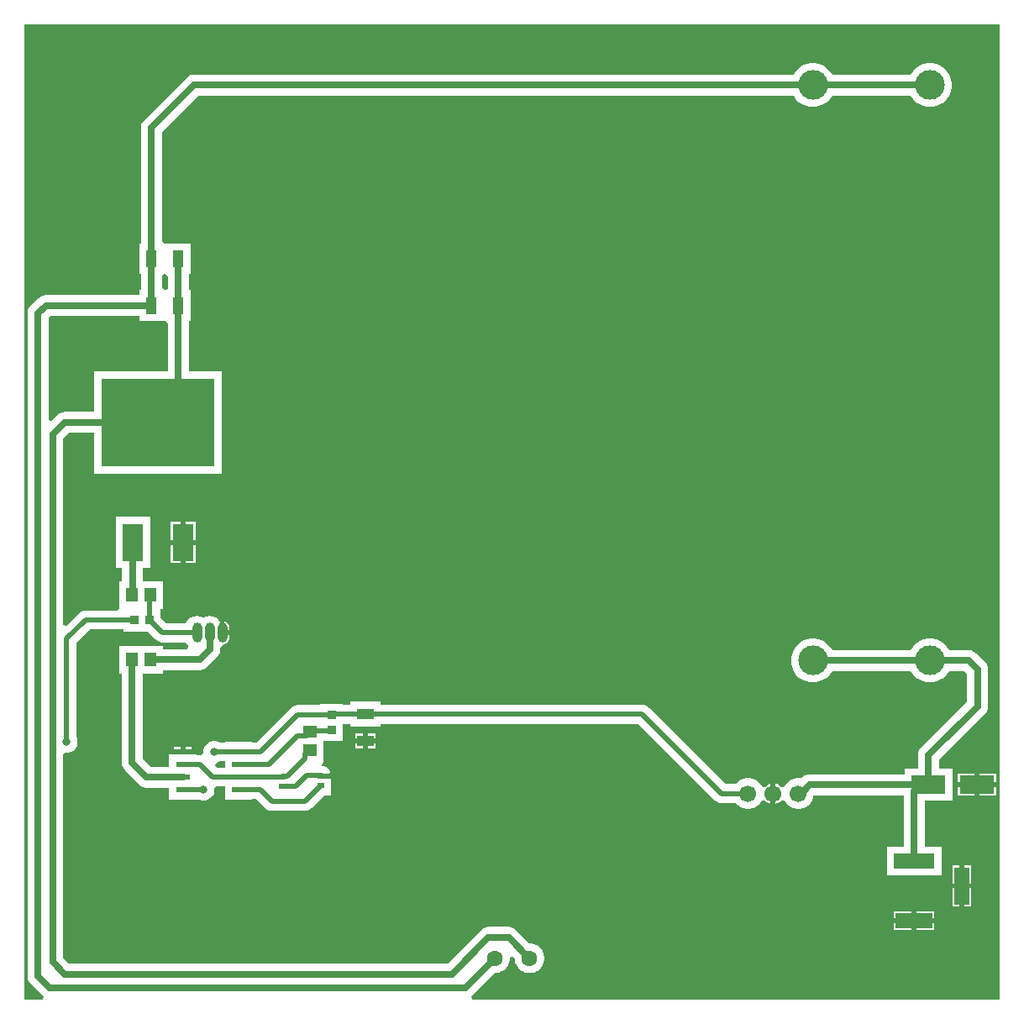
<source format=gtl>
G04*
G04 #@! TF.GenerationSoftware,Altium Limited,Altium Designer,23.1.1 (15)*
G04*
G04 Layer_Physical_Order=1*
G04 Layer_Color=255*
%FSLAX44Y44*%
%MOMM*%
G71*
G04*
G04 #@! TF.SameCoordinates,76B832DB-4935-4160-942D-398904476E74*
G04*
G04*
G04 #@! TF.FilePolarity,Positive*
G04*
G01*
G75*
%ADD18R,1.1000X1.7000*%
%ADD19R,1.2000X1.4000*%
%ADD20R,0.8500X0.9000*%
%ADD21R,1.7000X1.1000*%
%ADD22R,0.9000X0.8500*%
%ADD23R,0.6400X0.5800*%
%ADD24R,1.4000X1.2000*%
%ADD25R,1.3500X0.6000*%
%ADD26R,3.4500X1.8500*%
%ADD27R,2.0800X3.8100*%
%ADD28R,11.4300X8.8900*%
%ADD49C,0.5000*%
%ADD50C,0.7000*%
%ADD51C,1.6000*%
%ADD52O,1.0000X2.0000*%
%ADD53O,1.0000X2.0000*%
%ADD54C,1.7000*%
%ADD55C,3.0000*%
%ADD56R,3.7000X1.5000*%
%ADD57R,1.5000X3.7000*%
%ADD58R,4.1000X1.5000*%
%ADD59C,0.8000*%
G36*
X991659Y8341D02*
X459228D01*
X459219Y8358D01*
X458464Y11341D01*
X459989Y12511D01*
X482477Y35000D01*
X483977D01*
X486875Y35577D01*
X489605Y36707D01*
X492062Y38349D01*
X494151Y40438D01*
X495793Y42895D01*
X496923Y45625D01*
X497500Y48523D01*
Y50780D01*
X499176Y51824D01*
X500438Y52085D01*
X502500Y50023D01*
Y48523D01*
X503077Y45625D01*
X504207Y42895D01*
X505849Y40438D01*
X507938Y38349D01*
X510395Y36707D01*
X513125Y35577D01*
X516023Y35000D01*
X518977D01*
X521875Y35577D01*
X524605Y36707D01*
X527062Y38349D01*
X529151Y40438D01*
X530793Y42895D01*
X531923Y45625D01*
X532500Y48523D01*
Y51477D01*
X531923Y54375D01*
X530793Y57105D01*
X529151Y59562D01*
X527062Y61651D01*
X524605Y63293D01*
X521875Y64423D01*
X518977Y65000D01*
X517477D01*
X503989Y78489D01*
X501795Y80172D01*
X499241Y81230D01*
X496500Y81591D01*
X476000D01*
X473259Y81230D01*
X470705Y80172D01*
X468511Y78489D01*
X434613Y44591D01*
X53387D01*
X47591Y50387D01*
Y255495D01*
X49552Y257000D01*
X52448D01*
X55246Y257750D01*
X57754Y259198D01*
X59802Y261246D01*
X61250Y263754D01*
X62000Y266552D01*
Y269448D01*
X61250Y272246D01*
X60582Y273403D01*
Y368031D01*
X73969Y381418D01*
X108250D01*
Y379500D01*
X132449D01*
X140724Y371225D01*
X142709Y369702D01*
X145020Y368745D01*
X147500Y368418D01*
X171209D01*
X171818Y366948D01*
X173627Y364591D01*
X173516Y363911D01*
X172529Y361591D01*
X148000D01*
Y365000D01*
X104000D01*
Y337000D01*
X106409D01*
Y247000D01*
X106770Y244259D01*
X107828Y241705D01*
X109511Y239511D01*
X123861Y225161D01*
X126055Y223478D01*
X128609Y222420D01*
X131350Y222059D01*
X154250D01*
Y209950D01*
X181750D01*
Y209950D01*
X184684Y209790D01*
X184754Y209750D01*
X187552Y209000D01*
X190448D01*
X193246Y209750D01*
X195754Y211198D01*
X197802Y213246D01*
X199250Y215754D01*
X200000Y218552D01*
Y221448D01*
X201243Y223068D01*
X210250D01*
Y209950D01*
X237750D01*
Y210368D01*
X242081D01*
X251224Y201224D01*
X253209Y199702D01*
X255520Y198745D01*
X258000Y198418D01*
X290800D01*
X293280Y198745D01*
X295591Y199702D01*
X297575Y201224D01*
X310651Y214300D01*
X317200D01*
Y233577D01*
X317282Y234200D01*
Y234500D01*
X316956Y236980D01*
X315998Y239291D01*
X314475Y241276D01*
X312491Y242798D01*
X310180Y243755D01*
X308323Y244000D01*
X308519Y247000D01*
X310000D01*
Y265000D01*
Y269250D01*
X329500D01*
Y286168D01*
X336500D01*
Y283500D01*
X367500D01*
Y286418D01*
X627031D01*
X704224Y209224D01*
X706209Y207702D01*
X708520Y206744D01*
X711000Y206418D01*
X725361D01*
X725560Y206119D01*
X727719Y203960D01*
X730258Y202264D01*
X733079Y201096D01*
X736073Y200500D01*
X739127D01*
X742121Y201096D01*
X744942Y202264D01*
X747481Y203960D01*
X749640Y206119D01*
X751336Y208658D01*
X751467Y208975D01*
X753508Y209352D01*
X754849Y209301D01*
X756553Y207598D01*
X758947Y206216D01*
X760500Y205800D01*
Y216000D01*
Y226201D01*
X758947Y225784D01*
X756553Y224402D01*
X754849Y222699D01*
X753508Y222648D01*
X751467Y223025D01*
X751336Y223342D01*
X749640Y225881D01*
X747481Y228040D01*
X744942Y229736D01*
X742121Y230904D01*
X739127Y231500D01*
X736073D01*
X733079Y230904D01*
X730258Y229736D01*
X727719Y228040D01*
X725560Y225881D01*
X725361Y225582D01*
X714969D01*
X637775Y302775D01*
X635791Y304298D01*
X633480Y305256D01*
X631000Y305582D01*
X367500D01*
Y308500D01*
X336500D01*
Y305332D01*
X329500D01*
Y306750D01*
X306500D01*
Y305082D01*
X283500D01*
X281020Y304755D01*
X278709Y303798D01*
X276724Y302276D01*
X242081Y267632D01*
X237750D01*
Y268050D01*
X210250D01*
Y267539D01*
X205478D01*
X204246Y268250D01*
X201448Y269000D01*
X198552D01*
X195754Y268250D01*
X193246Y266802D01*
X191198Y264754D01*
X189750Y262246D01*
X189000Y259448D01*
Y257377D01*
X188965Y257264D01*
X187367Y255495D01*
X186353Y254839D01*
X185650Y254932D01*
X181750D01*
Y255350D01*
X176750D01*
Y255550D01*
X168000D01*
X159250D01*
Y255350D01*
X154250D01*
Y243241D01*
X135737D01*
X127591Y251387D01*
Y337000D01*
X148000D01*
Y340409D01*
X185000D01*
X187741Y340770D01*
X190295Y341828D01*
X192489Y343511D01*
X202489Y353511D01*
X204172Y355705D01*
X205230Y358259D01*
X205591Y361000D01*
Y363191D01*
X207700Y365940D01*
X209527Y366180D01*
X211230Y366886D01*
X212692Y368008D01*
X213815Y369470D01*
X214520Y371173D01*
X214760Y373000D01*
Y375500D01*
X207700D01*
Y378000D01*
X207104D01*
Y383000D01*
X206692Y386133D01*
X205482Y389052D01*
X205200Y389420D01*
X205343Y389600D01*
X205129Y389512D01*
X203559Y391558D01*
X201052Y393482D01*
X198133Y394691D01*
X195000Y395104D01*
X191867Y394691D01*
X188948Y393482D01*
X188650Y393253D01*
X188352Y393482D01*
X185433Y394691D01*
X182300Y395104D01*
X179167Y394691D01*
X176248Y393482D01*
X173741Y391558D01*
X171818Y389052D01*
X171209Y387582D01*
X151469D01*
X145750Y393301D01*
Y402000D01*
X148000D01*
Y430000D01*
X127891D01*
Y443170D01*
X135000D01*
Y495270D01*
X100200D01*
Y443170D01*
X106709D01*
Y430000D01*
X104000D01*
Y402000D01*
X101587Y400582D01*
X70000D01*
X67520Y400256D01*
X65209Y399298D01*
X63225Y397775D01*
X50362Y384913D01*
X47591Y386061D01*
Y573613D01*
X53387Y579409D01*
X78850D01*
Y538550D01*
X207150D01*
Y641450D01*
X174091D01*
Y692500D01*
X176000D01*
Y723500D01*
X174091D01*
Y739500D01*
X176000D01*
Y770500D01*
X151000D01*
Y770500D01*
X150091D01*
X147091Y772709D01*
Y883113D01*
X183387Y919409D01*
X783617D01*
X785911Y915976D01*
X788976Y912912D01*
X792579Y910504D01*
X796583Y908845D01*
X800833Y908000D01*
X805167D01*
X809417Y908845D01*
X813421Y910504D01*
X817024Y912912D01*
X820089Y915976D01*
X822383Y919409D01*
X901617D01*
X903912Y915976D01*
X906976Y912912D01*
X910579Y910504D01*
X914583Y908845D01*
X918833Y908000D01*
X923167D01*
X927417Y908845D01*
X931421Y910504D01*
X935024Y912912D01*
X938089Y915976D01*
X940496Y919579D01*
X942155Y923583D01*
X943000Y927833D01*
Y932167D01*
X942155Y936417D01*
X940496Y940421D01*
X938089Y944024D01*
X935024Y947088D01*
X931421Y949496D01*
X927417Y951155D01*
X923167Y952000D01*
X918833D01*
X914583Y951155D01*
X910579Y949496D01*
X906976Y947088D01*
X903912Y944024D01*
X901617Y940591D01*
X822383D01*
X820089Y944024D01*
X817024Y947088D01*
X813421Y949496D01*
X809417Y951155D01*
X805167Y952000D01*
X800833D01*
X796583Y951155D01*
X792579Y949496D01*
X788976Y947088D01*
X785911Y944024D01*
X783617Y940591D01*
X179000D01*
X176259Y940230D01*
X173705Y939172D01*
X171511Y937489D01*
X129011Y894989D01*
X127328Y892795D01*
X126270Y890241D01*
X125909Y887500D01*
Y770500D01*
X124000D01*
Y739500D01*
X125909D01*
Y723500D01*
X124000D01*
Y718591D01*
X30000D01*
X27259Y718230D01*
X24705Y717172D01*
X22511Y715489D01*
X14511Y707489D01*
X12828Y705295D01*
X11770Y702741D01*
X11409Y700000D01*
Y32000D01*
X11770Y29259D01*
X12828Y26705D01*
X14511Y24511D01*
X26511Y12511D01*
X28036Y11341D01*
X27281Y8357D01*
X27272Y8341D01*
X8341D01*
Y991659D01*
X991659D01*
Y8341D01*
D02*
G37*
G36*
X149909Y739500D02*
X152909Y737291D01*
Y725709D01*
X151000Y723500D01*
X150091D01*
X147091Y725709D01*
Y737291D01*
X149000Y739500D01*
X149909D01*
D02*
G37*
G36*
X124000Y692500D02*
X149000D01*
Y692500D01*
X149909D01*
X152909Y690291D01*
Y641450D01*
X78850D01*
Y600591D01*
X49000D01*
X46259Y600230D01*
X43705Y599172D01*
X41511Y597489D01*
X35362Y591340D01*
X32591Y592488D01*
Y695613D01*
X34387Y697409D01*
X124000D01*
Y692500D01*
D02*
G37*
G36*
X210250Y242232D02*
X202686D01*
X200874Y244389D01*
X201850Y247108D01*
X204246Y247750D01*
X205329Y248375D01*
X210250D01*
Y242232D01*
D02*
G37*
%LPC*%
G36*
X180800Y490270D02*
X170900D01*
Y471720D01*
X180800D01*
Y490270D01*
D02*
G37*
G36*
X165900D02*
X156000D01*
Y471720D01*
X165900D01*
Y490270D01*
D02*
G37*
G36*
X180800Y466720D02*
X170900D01*
Y448170D01*
X180800D01*
Y466720D01*
D02*
G37*
G36*
X165900D02*
X156000D01*
Y448170D01*
X165900D01*
Y466720D01*
D02*
G37*
G36*
X210200Y389541D02*
Y380500D01*
X214760D01*
Y383000D01*
X214520Y384827D01*
X213815Y386530D01*
X212692Y387992D01*
X211230Y389114D01*
X210200Y389541D01*
D02*
G37*
G36*
X923167Y372000D02*
X918833D01*
X914583Y371155D01*
X910579Y369496D01*
X906976Y367089D01*
X903912Y364024D01*
X901617Y360591D01*
X822383D01*
X820089Y364024D01*
X817024Y367089D01*
X813421Y369496D01*
X809417Y371155D01*
X805167Y372000D01*
X800833D01*
X796583Y371155D01*
X792579Y369496D01*
X788976Y367089D01*
X785911Y364024D01*
X783504Y360421D01*
X781845Y356417D01*
X781000Y352167D01*
Y347833D01*
X781845Y343583D01*
X783504Y339579D01*
X785911Y335976D01*
X788976Y332911D01*
X792579Y330504D01*
X796583Y328845D01*
X800833Y328000D01*
X805167D01*
X809417Y328845D01*
X813421Y330504D01*
X817024Y332911D01*
X820089Y335976D01*
X822383Y339409D01*
X901617D01*
X903912Y335976D01*
X906976Y332911D01*
X910579Y330504D01*
X914583Y328845D01*
X918833Y328000D01*
X923167D01*
X927417Y328845D01*
X931421Y330504D01*
X935024Y332911D01*
X938089Y335976D01*
X940383Y339409D01*
X955513D01*
X958409Y336513D01*
Y308387D01*
X912011Y261989D01*
X910328Y259795D01*
X909270Y257241D01*
X908909Y254500D01*
Y241250D01*
X895250D01*
Y235591D01*
X800106D01*
X797365Y235230D01*
X794811Y234172D01*
X792617Y232489D01*
X791346Y231218D01*
X789927Y231500D01*
X786873D01*
X783879Y230904D01*
X781058Y229736D01*
X778519Y228040D01*
X776360Y225881D01*
X774664Y223342D01*
X774533Y223025D01*
X772492Y222648D01*
X771151Y222699D01*
X769447Y224402D01*
X767053Y225784D01*
X765500Y226201D01*
Y216000D01*
Y205800D01*
X767053Y206216D01*
X769447Y207598D01*
X771151Y209301D01*
X772492Y209352D01*
X774533Y208975D01*
X774664Y208658D01*
X776360Y206119D01*
X778519Y203960D01*
X781058Y202264D01*
X783879Y201096D01*
X786873Y200500D01*
X789927D01*
X792921Y201096D01*
X795742Y202264D01*
X798281Y203960D01*
X800440Y206119D01*
X802136Y208658D01*
X803304Y211479D01*
X803737Y213654D01*
X804493Y214409D01*
X894409D01*
Y162500D01*
X877500D01*
Y133500D01*
X932500D01*
Y162500D01*
X915591D01*
Y208750D01*
X943750D01*
Y241250D01*
X930091D01*
Y250113D01*
X976489Y296511D01*
X978172Y298705D01*
X979230Y301259D01*
X979591Y304000D01*
Y340900D01*
X979230Y343641D01*
X978172Y346195D01*
X976489Y348388D01*
X967388Y357489D01*
X965195Y359172D01*
X962641Y360230D01*
X959900Y360591D01*
X940383D01*
X938089Y364024D01*
X935024Y367089D01*
X931421Y369496D01*
X927417Y371155D01*
X923167Y372000D01*
D02*
G37*
G36*
X362500Y276500D02*
X354500D01*
Y271500D01*
X362500D01*
Y276500D01*
D02*
G37*
G36*
X349500D02*
X341500D01*
Y271500D01*
X349500D01*
Y276500D01*
D02*
G37*
G36*
X362500Y266500D02*
X354500D01*
Y261500D01*
X362500D01*
Y266500D01*
D02*
G37*
G36*
X349500D02*
X341500D01*
Y261500D01*
X349500D01*
Y266500D01*
D02*
G37*
G36*
X176750Y263050D02*
X170500D01*
Y260550D01*
X176750D01*
Y263050D01*
D02*
G37*
G36*
X165500D02*
X159250D01*
Y260550D01*
X165500D01*
Y263050D01*
D02*
G37*
G36*
X987750Y236250D02*
X971000D01*
Y227500D01*
X987750D01*
Y236250D01*
D02*
G37*
G36*
X966000D02*
X949250D01*
Y227500D01*
X966000D01*
Y236250D01*
D02*
G37*
G36*
X987750Y222500D02*
X971000D01*
Y213750D01*
X987750D01*
Y222500D01*
D02*
G37*
G36*
X966000D02*
X949250D01*
Y213750D01*
X966000D01*
Y222500D01*
D02*
G37*
G36*
X962500Y143500D02*
X955500D01*
Y125500D01*
X962500D01*
Y143500D01*
D02*
G37*
G36*
X950500D02*
X943500D01*
Y125500D01*
X950500D01*
Y143500D01*
D02*
G37*
G36*
X962500Y120500D02*
X955500D01*
Y102500D01*
X962500D01*
Y120500D01*
D02*
G37*
G36*
X950500D02*
X943500D01*
Y102500D01*
X950500D01*
Y120500D01*
D02*
G37*
G36*
X925500Y97500D02*
X907500D01*
Y90500D01*
X925500D01*
Y97500D01*
D02*
G37*
G36*
X902500D02*
X884500D01*
Y90500D01*
X902500D01*
Y97500D01*
D02*
G37*
G36*
X925500Y85500D02*
X907500D01*
Y78500D01*
X925500D01*
Y85500D01*
D02*
G37*
G36*
X902500D02*
X884500D01*
Y78500D01*
X902500D01*
Y85500D01*
D02*
G37*
%LPD*%
D18*
X136500Y755000D02*
D03*
X163500D02*
D03*
X136500Y708000D02*
D03*
X163500D02*
D03*
D19*
X117000Y416000D02*
D03*
X135000D02*
D03*
X135000Y351000D02*
D03*
X117000D02*
D03*
D20*
X119500Y391000D02*
D03*
X134500D02*
D03*
D21*
X352000Y296000D02*
D03*
Y269000D02*
D03*
D22*
X318000Y295500D02*
D03*
Y280500D02*
D03*
D23*
X307000Y233800D02*
D03*
Y224200D02*
D03*
X268000Y223200D02*
D03*
Y232800D02*
D03*
D24*
X296000Y260000D02*
D03*
Y278000D02*
D03*
D25*
X168000Y258050D02*
D03*
Y245350D02*
D03*
Y232650D02*
D03*
Y219950D02*
D03*
X224000Y258050D02*
D03*
Y245350D02*
D03*
Y232650D02*
D03*
Y219950D02*
D03*
D26*
X968500Y225000D02*
D03*
X919500D02*
D03*
D27*
X117600Y469220D02*
D03*
X168400D02*
D03*
D28*
X143000Y590000D02*
D03*
D49*
X293000Y234000D02*
X307000D01*
X307300Y233800D02*
X316800D01*
X307000D02*
X307300D01*
X316800D02*
X319000Y236000D01*
X307300Y233800D02*
X307700Y234200D01*
Y234500D01*
X306700Y224200D02*
X307000D01*
X306300Y223800D02*
X306700Y224200D01*
X290800Y208000D02*
X306300Y223500D01*
X258000Y208000D02*
X290800D01*
X306300Y223500D02*
Y223800D01*
X282200Y223200D02*
X293000Y234000D01*
X268000Y223200D02*
X282200D01*
X246050Y219950D02*
X258000Y208000D01*
X224000Y219950D02*
X246050D01*
X283500Y295500D02*
X318000D01*
X246050Y258050D02*
X283500Y295500D01*
X224000Y258050D02*
X246050D01*
X268400Y233200D02*
X273200D01*
X291500Y251500D02*
Y256500D01*
X295000Y260000D02*
X296000D01*
X273200Y233200D02*
X291500Y251500D01*
Y256500D02*
X295000Y260000D01*
X267925Y232725D02*
X268400Y233200D01*
X185650Y245350D02*
X198350Y232650D01*
X224000D01*
X51000Y372000D02*
X70000Y391000D01*
X51000Y268000D02*
Y372000D01*
X70000Y391000D02*
X119500D01*
X134500Y390750D02*
X136250Y389000D01*
X136500D01*
X147500Y378000D01*
X134500Y390750D02*
Y391000D01*
X147500Y378000D02*
X182300D01*
X134750Y391250D02*
Y415750D01*
X134500Y391000D02*
X134750Y391250D01*
Y415750D02*
X135000Y416000D01*
X200000Y258000D02*
X200043Y257957D01*
X223907D01*
X224000Y258050D01*
X188975Y219975D02*
X189000Y220000D01*
X168000Y219950D02*
X168025Y219975D01*
X188975D01*
X168000Y245350D02*
X185650D01*
X224075Y232725D02*
X267925D01*
X224000Y232650D02*
X224075Y232725D01*
X297250Y279250D02*
X316750D01*
X296000Y278000D02*
X297250Y279250D01*
X316750D02*
X318000Y280500D01*
X292500Y274500D02*
X296000Y278000D01*
X283500Y274500D02*
X292500D01*
X254350Y245350D02*
X283500Y274500D01*
X224000Y245350D02*
X254350D01*
X318250Y295750D02*
X351750D01*
X352000Y296000D01*
X318000Y295500D02*
X318250Y295750D01*
X352000Y296000D02*
X631000D01*
X711000Y216000D01*
X737600D01*
D50*
X117300Y416300D02*
Y468920D01*
X117000Y416000D02*
X117300Y416300D01*
Y468920D02*
X117600Y469220D01*
X452500Y20000D02*
X482500Y50000D01*
X496500Y71000D02*
X517500Y50000D01*
X49000Y590000D02*
X143000D01*
X37000Y578000D02*
X49000Y590000D01*
X37000Y46000D02*
Y578000D01*
Y46000D02*
X49000Y34000D01*
X439000D01*
X476000Y71000D01*
X496500D01*
X30000Y708000D02*
X136500D01*
X22000Y700000D02*
X30000Y708000D01*
X22000Y32000D02*
Y700000D01*
Y32000D02*
X34000Y20000D01*
X452500D01*
X131350Y232650D02*
X168000D01*
X117000Y247000D02*
X131350Y232650D01*
X117000Y247000D02*
Y351000D01*
X195000Y361000D02*
Y378000D01*
X185000Y351000D02*
X195000Y361000D01*
X135000Y351000D02*
X185000D01*
X163500Y610500D02*
Y708000D01*
X143000Y590000D02*
X163500Y610500D01*
Y708000D02*
Y755000D01*
X136500Y708000D02*
Y755000D01*
Y887500D01*
X179000Y930000D02*
X803000D01*
X136500Y887500D02*
X179000Y930000D01*
X803000D02*
X921000D01*
X803000Y350000D02*
X921000D01*
X959900D01*
X969000Y340900D01*
Y304000D02*
Y340900D01*
X919500Y254500D02*
X969000Y304000D01*
X919500Y225000D02*
Y254500D01*
X911500Y225000D02*
X919500D01*
X800106D02*
X911500D01*
X791106Y216000D02*
X800106Y225000D01*
X788400Y216000D02*
X791106D01*
X905000Y148000D02*
Y218500D01*
X911500Y225000D01*
D51*
X482500Y50000D02*
D03*
X517500D02*
D03*
D52*
X207700Y378000D02*
D03*
D53*
X195000D02*
D03*
X182300D02*
D03*
D54*
X788400Y216000D02*
D03*
X763000D02*
D03*
X737600D02*
D03*
D55*
X803000Y350000D02*
D03*
Y930000D02*
D03*
X921000Y350000D02*
D03*
Y930000D02*
D03*
D56*
X905000Y88000D02*
D03*
D57*
X953000Y123000D02*
D03*
D58*
X905000Y148000D02*
D03*
D59*
X51000Y268000D02*
D03*
X200000Y258000D02*
D03*
X189000Y220000D02*
D03*
M02*

</source>
